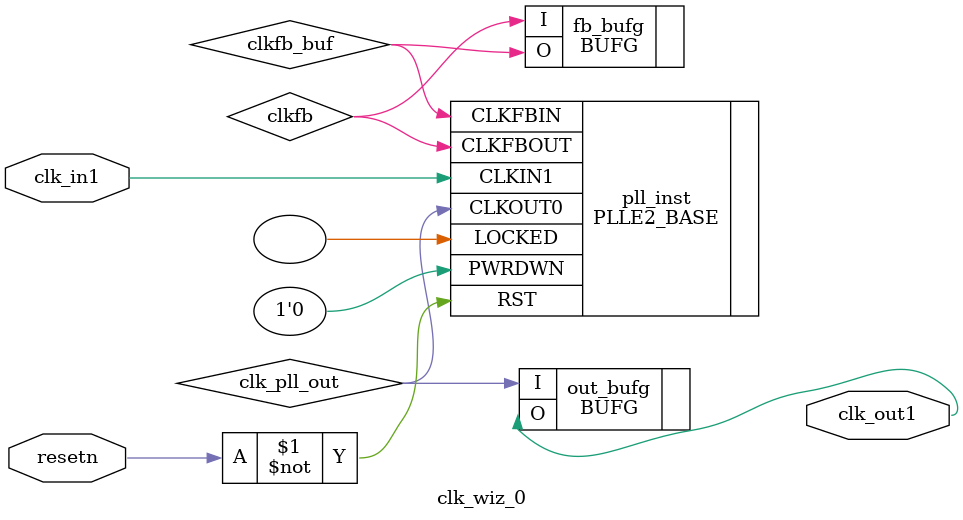
<source format=v>
`timescale 1ns/1ps

module clk_wiz_0 (
    input  wire resetn,    // activo-alto para liberar reset
    input  wire clk_in1,   // 100 MHz
    output wire clk_out1   // 45 MHz
);

  // Señales internas para el PLL
  wire clkfb;
  wire clkfb_buf;
  wire clk_pll_out;

  // Instancia del PLLE2_BASE para Artix-7 / 7-series
  PLLE2_BASE #(
    .BANDWIDTH("OPTIMIZED"),
    .CLKIN1_PERIOD     (10.0),  // periodo de entrada = 10 ns → 100 MHz
    .DIVCLK_DIVIDE     (1),     // sin pre-división
    .CLKFBOUT_MULT_F   (9.0),   // VCO = 100 MHz × 9 = 900 MHz
    .CLKOUT0_DIVIDE_F  (20.0),  // CLKOUT0 = 900 MHz / 20 = 45 MHz
    .CLKOUT0_PHASE     (0.0),
    .CLKOUT0_DUTY_CYCLE(0.5)
  ) pll_inst (
    .CLKIN1  (clk_in1),
    .CLKFBIN (clkfb_buf),
    .RST     (~resetn),   // activo-alto para reset en PLLE2
    .PWRDWN  (1'b0),
    .CLKFBOUT(clkfb),
    .CLKOUT0 (clk_pll_out),
    .LOCKED  ()           // no usado
  );

  // Buffer para la señal de feedback
  BUFG fb_bufg (
    .I(clkfb),
    .O(clkfb_buf)
  );

  // Buffer para la salida de 45 MHz
  BUFG out_bufg (
    .I(clk_pll_out),
    .O(clk_out1)
  );

endmodule

</source>
